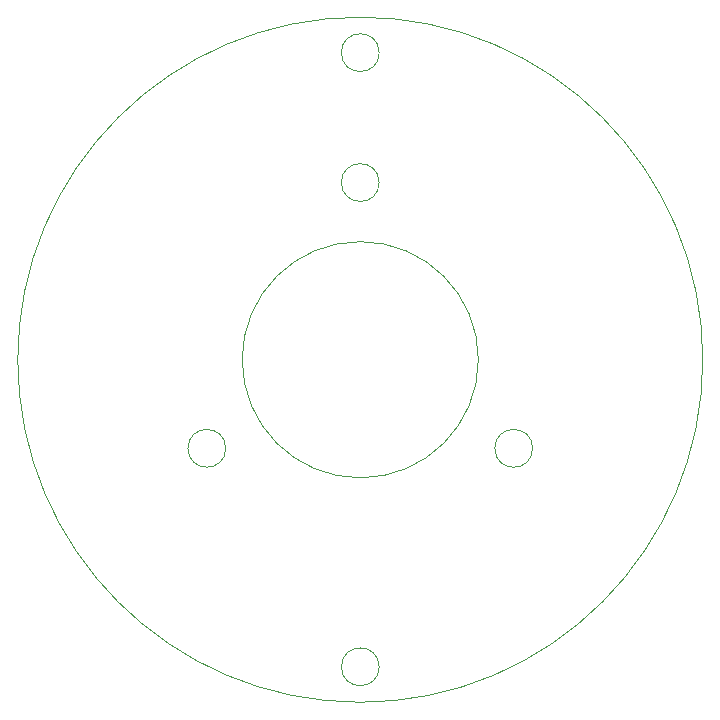
<source format=gbr>
%TF.GenerationSoftware,KiCad,Pcbnew,7.0.5*%
%TF.CreationDate,2023-06-26T09:34:37-04:00*%
%TF.ProjectId,ESP32Sensor-LED_board,45535033-3253-4656-9e73-6f722d4c4544,rev?*%
%TF.SameCoordinates,Original*%
%TF.FileFunction,Profile,NP*%
%FSLAX46Y46*%
G04 Gerber Fmt 4.6, Leading zero omitted, Abs format (unit mm)*
G04 Created by KiCad (PCBNEW 7.0.5) date 2023-06-26 09:34:37*
%MOMM*%
%LPD*%
G01*
G04 APERTURE LIST*
%TA.AperFunction,Profile*%
%ADD10C,0.100000*%
%TD*%
G04 APERTURE END LIST*
D10*
X10000000Y0D02*
G75*
G03*
X10000000Y0I-10000000J0D01*
G01*
X14590381Y-7500000D02*
G75*
G03*
X14590381Y-7500000I-1600000J0D01*
G01*
X1600000Y-26000000D02*
G75*
G03*
X1600000Y-26000000I-1600000J0D01*
G01*
X-11390381Y-7500000D02*
G75*
G03*
X-11390381Y-7500000I-1600000J0D01*
G01*
X1600000Y15000000D02*
G75*
G03*
X1600000Y15000000I-1600000J0D01*
G01*
X29000000Y0D02*
G75*
G03*
X29000000Y0I-29000000J0D01*
G01*
X1600000Y26000000D02*
G75*
G03*
X1600000Y26000000I-1600000J0D01*
G01*
M02*

</source>
